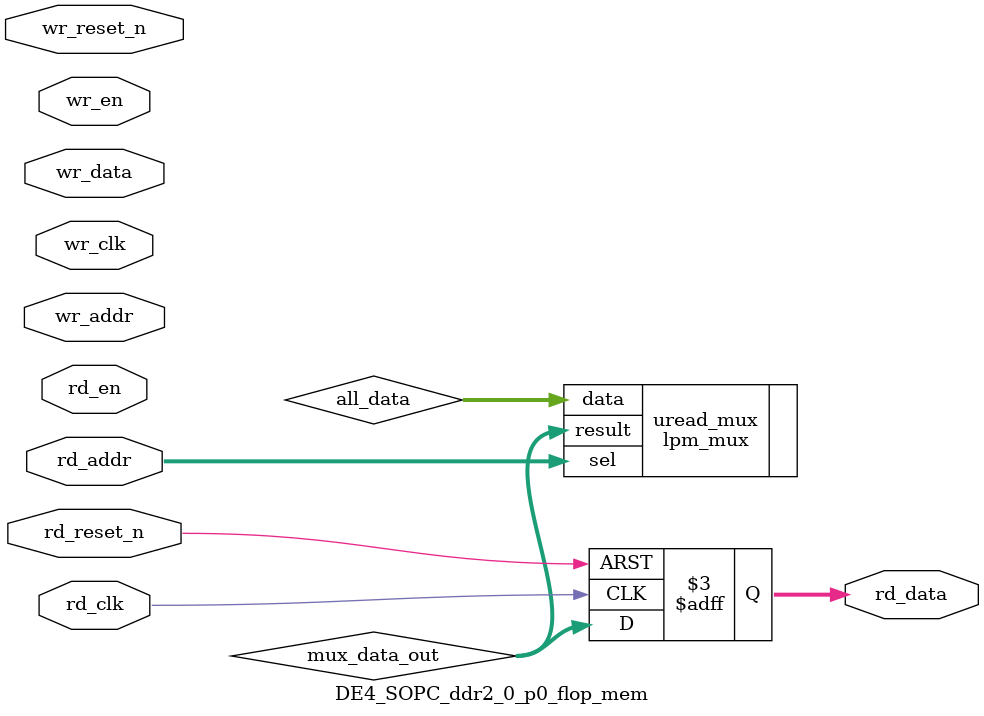
<source format=v>



`timescale 1 ps / 1 ps

(* altera_attribute = "-name ALLOW_SYNCH_CTRL_USAGE ON;-name AUTO_CLOCK_ENABLE_RECOGNITION ON" *)
module DE4_SOPC_ddr2_0_p0_flop_mem(
	wr_reset_n,
	wr_clk,
	wr_en,
	wr_addr,
	wr_data,
	rd_reset_n,
	rd_clk,
	rd_en,
	rd_addr,
	rd_data
);

parameter WRITE_MEM_DEPTH	= "";
parameter WRITE_ADDR_WIDTH	= "";
parameter WRITE_DATA_WIDTH	= "";
parameter READ_MEM_DEPTH	= "";
parameter READ_ADDR_WIDTH	= "";		 
parameter READ_DATA_WIDTH	= "";


input	wr_reset_n;
input	wr_clk;
input	wr_en;
input	[WRITE_ADDR_WIDTH-1:0] wr_addr;
input	[WRITE_DATA_WIDTH-1:0] wr_data;
input	rd_reset_n;
input	rd_clk;
input	rd_en;
input	[READ_ADDR_WIDTH-1:0] rd_addr;
output	[READ_DATA_WIDTH-1:0] rd_data;



wire	[WRITE_DATA_WIDTH*WRITE_MEM_DEPTH-1:0] all_data;
wire	[READ_DATA_WIDTH-1:0] mux_data_out;



// declare a memory with WRITE_MEM_DEPTH entries
// each entry contains a data size of WRITE_DATA_WIDTH
reg	[WRITE_DATA_WIDTH-1:0] data_stored [0:WRITE_MEM_DEPTH-1] /* synthesis syn_preserve = 1 */;
reg	[READ_DATA_WIDTH-1:0] rd_data;

generate
genvar entry;
	for (entry=0; entry < WRITE_MEM_DEPTH; entry=entry+1)
	begin: mem_location
		assign all_data[(WRITE_DATA_WIDTH*(entry+1)-1) : (WRITE_DATA_WIDTH*entry)] = data_stored[entry]; 
		
		always @(posedge wr_clk or negedge wr_reset_n)
		begin
			if (~wr_reset_n) begin
				data_stored[entry] <= {WRITE_DATA_WIDTH{1'b0}};
			end else begin
				if (wr_en) begin
					if (entry == wr_addr) begin
						data_stored[entry] <= wr_data;
					end
				end
			end
		end		
	end
endgenerate

// mux to select the correct output data based on read address
lpm_mux	uread_mux(
	.sel (rd_addr),
	.data (all_data),
	.result (mux_data_out)
	// synopsys translate_off
	,
	.aclr (),
	.clken (),
	.clock ()
	// synopsys translate_on
	);
 defparam uread_mux.lpm_size = READ_MEM_DEPTH;
 defparam uread_mux.lpm_type = "LPM_MUX";
 defparam uread_mux.lpm_width = READ_DATA_WIDTH;
 defparam uread_mux.lpm_widths = READ_ADDR_WIDTH;

always @(posedge rd_clk or negedge rd_reset_n)	
begin
	if (~rd_reset_n) begin
		rd_data <= {READ_DATA_WIDTH{1'b0}};
	end else begin
		rd_data <= mux_data_out;
	end
end

endmodule

</source>
